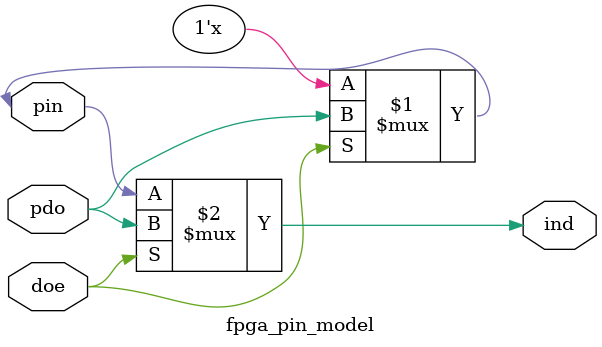
<source format=v>
module fpga_pin_model(
    input doe,
    input pdo,
    output ind,
    inout pin
);
    assign pin = doe ? pdo : 1'bz;
    assign ind = doe ? pdo : pin;

endmodule

</source>
